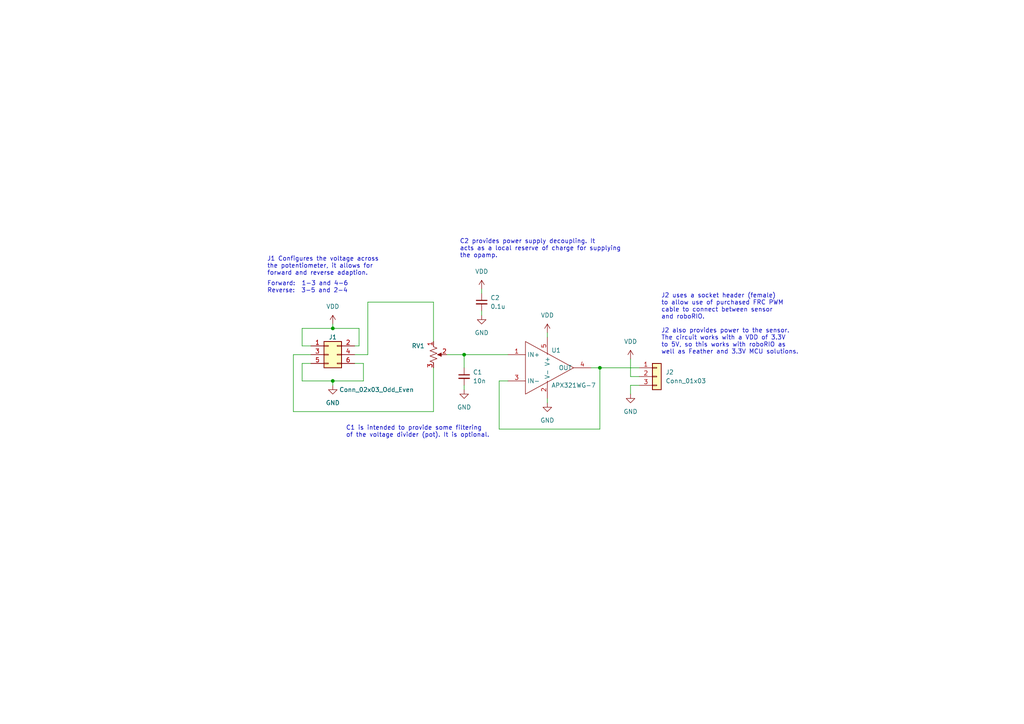
<source format=kicad_sch>
(kicad_sch (version 20211123) (generator eeschema)
  (paper "A4")
  (lib_symbols
    (symbol "Appreciate:APX321WG-7"
      (property "Reference" "U" (at 10.16 -3.81 0))
      (property "Value" "APX321WG-7" (at 15.24 3.81 0))
      (symbol "APX321WG-7_0_1"
        (polyline (pts (xy 0 7.62) (xy 0 -7.62) (xy 13.97 0) (xy 0 7.62)))
      )
      (symbol "APX321WG-7_1_1"
        (pin passive line (at -5.08 3.81 0) (length 5.08) (name "IN+") (number "1"))
        (pin passive line (at 6.35 -8.89 90) (length 5.08) (name "V-") (number "2"))
        (pin passive line (at -5.08 -3.81 0) (length 5.08) (name "IN-") (number "3"))
        (pin passive line (at 19.05 0 180) (length 5.08) (name "OUT") (number "4"))
        (pin passive line (at 6.35 8.89 270) (length 5.08) (name "V+") (number "5"))
      )
    )
    (symbol "Connector_Generic:Conn_01x03" (pin_names (offset 1.016) hide)
      (property "Reference" "J" (at 0 5.08 0))
      (property "Value" "Conn_01x03" (at 0 -5.08 0))
      (symbol "Conn_01x03_1_1"
        (rectangle (start -1.27 -2.413) (end 0 -2.667) (stroke (width 0.1524)))
        (rectangle (start -1.27 0.127) (end 0 -0.127) (stroke (width 0.1524)))
        (rectangle (start -1.27 2.667) (end 0 2.413) (stroke (width 0.1524)))
        (rectangle (start -1.27 3.81) (end 1.27 -3.81) (stroke (width 0.254)) (fill (type background)))
        (pin passive line (at -5.08 2.54 0) (length 3.81) (name "Pin_1") (number "1"))
        (pin passive line (at -5.08 0 0) (length 3.81) (name "Pin_2") (number "2"))
        (pin passive line (at -5.08 -2.54 0) (length 3.81) (name "Pin_3") (number "3"))
      )
    )
    (symbol "Connector_Generic:Conn_02x03_Odd_Even" (pin_names (offset 1.016) hide)
      (property "Reference" "J" (at 1.27 5.08 0))
      (property "Value" "Conn_02x03_Odd_Even" (at 1.27 -5.08 0))
      (symbol "Conn_02x03_Odd_Even_1_1"
        (rectangle (start -1.27 -2.413) (end 0 -2.667) (stroke (width 0.1524)))
        (rectangle (start -1.27 0.127) (end 0 -0.127) (stroke (width 0.1524)))
        (rectangle (start -1.27 2.667) (end 0 2.413) (stroke (width 0.1524)))
        (rectangle (start -1.27 3.81) (end 3.81 -3.81) (stroke (width 0.254)) (fill (type background)))
        (rectangle (start 3.81 -2.413) (end 2.54 -2.667) (stroke (width 0.1524)))
        (rectangle (start 3.81 0.127) (end 2.54 -0.127) (stroke (width 0.1524)))
        (rectangle (start 3.81 2.667) (end 2.54 2.413) (stroke (width 0.1524)))
        (pin passive line (at -5.08 2.54 0) (length 3.81) (name "Pin_1") (number "1"))
        (pin passive line (at 7.62 2.54 180) (length 3.81) (name "Pin_2") (number "2"))
        (pin passive line (at -5.08 0 0) (length 3.81) (name "Pin_3") (number "3"))
        (pin passive line (at 7.62 0 180) (length 3.81) (name "Pin_4") (number "4"))
        (pin passive line (at -5.08 -2.54 0) (length 3.81) (name "Pin_5") (number "5"))
        (pin passive line (at 7.62 -2.54 180) (length 3.81) (name "Pin_6") (number "6"))
      )
    )
    (symbol "Device:C_Small" (pin_numbers hide) (pin_names (offset 0.254) hide)
      (property "Reference" "C" (at 0.254 1.778 0))
      (property "Value" "C_Small" (at 0.254 -2.032 0))
      (symbol "C_Small_0_1"
        (polyline (pts (xy -1.524 -0.508) (xy 1.524 -0.508)) (stroke (width 0.3302)))
        (polyline (pts (xy -1.524 0.508) (xy 1.524 0.508)) (stroke (width 0.3048)))
      )
      (symbol "C_Small_1_1"
        (pin passive line (at 0 2.54 270) (length 2.032) (name "~") (number "1"))
        (pin passive line (at 0 -2.54 90) (length 2.032) (name "~") (number "2"))
      )
    )
    (symbol "Device:R_Potentiometer_US" (pin_names (offset 1.016) hide)
      (property "Reference" "RV" (at -4.445 0 90))
      (property "Value" "R_Potentiometer_US" (at -2.54 0 90))
      (symbol "R_Potentiometer_US_0_1"
        (polyline (pts (xy 0 -2.286) (xy 0 -2.54)))
        (polyline (pts (xy 0 2.54) (xy 0 2.286)))
        (polyline (pts (xy 2.54 0) (xy 1.524 0)))
        (polyline (pts (xy 1.143 0) (xy 2.286 0.508) (xy 2.286 -0.508) (xy 1.143 0)) (fill (type outline)))
        (polyline (pts (xy 0 -0.762) (xy 1.016 -1.143) (xy 0 -1.524) (xy -1.016 -1.905) (xy 0 -2.286)))
        (polyline (pts (xy 0 0.762) (xy 1.016 0.381) (xy 0 0) (xy -1.016 -0.381) (xy 0 -0.762)))
        (polyline (pts (xy 0 2.286) (xy 1.016 1.905) (xy 0 1.524) (xy -1.016 1.143) (xy 0 0.762)))
      )
      (symbol "R_Potentiometer_US_1_1"
        (pin passive line (at 0 3.81 270) (length 1.27) (name "1") (number "1"))
        (pin passive line (at 3.81 0 180) (length 1.27) (name "2") (number "2"))
        (pin passive line (at 0 -3.81 90) (length 1.27) (name "3") (number "3"))
      )
    )
    (symbol "power:GND" (power) (pin_names (offset 0))
      (property "Value" "GND" (at 0 -3.81 0))
      (symbol "GND_0_1"
        (polyline (pts (xy 0 0) (xy 0 -1.27) (xy 1.27 -1.27) (xy 0 -2.54) (xy -1.27 -1.27) (xy 0 -1.27)))
      )
      (symbol "GND_1_1"
        (pin power_in line (at 0 0 270) (length 0) hide (name "GND") (number "1"))
      )
    )
    (symbol "power:VDD" (power) (pin_names (offset 0))
      (property "Value" "VDD" (at 0 3.81 0))
      (symbol "VDD_0_1"
        (polyline (pts (xy -0.762 1.27) (xy 0 2.54)))
        (polyline (pts (xy 0 0) (xy 0 2.54)))
        (polyline (pts (xy 0 2.54) (xy 0.762 1.27)))
      )
      (symbol "VDD_1_1"
        (pin power_in line (at 0 0 90) (length 0) hide (name "VDD") (number "1"))
      )
    )
  )
  (junction (at 96.52 95.25))
  (junction (at 134.62 102.87))
  (junction (at 96.52 110.49))
  (junction (at 173.99 106.68))
  (wire (pts (xy 182.88 109.22) (xy 185.42 109.22)))
  (wire (pts (xy 96.52 110.49) (xy 105.41 110.49)))
  (wire (pts (xy 173.99 124.46) (xy 173.99 106.68)))
  (wire (pts (xy 87.63 105.41) (xy 87.63 110.49)))
  (wire (pts (xy 144.78 124.46) (xy 173.99 124.46)))
  (wire (pts (xy 96.52 110.49) (xy 96.52 111.76)))
  (wire (pts (xy 90.17 105.41) (xy 87.63 105.41)))
  (wire (pts (xy 182.88 104.14) (xy 182.88 109.22)))
  (wire (pts (xy 85.09 102.87) (xy 85.09 119.38)))
  (wire (pts (xy 158.75 115.57) (xy 158.75 116.84)))
  (wire (pts (xy 102.87 102.87) (xy 106.68 102.87)))
  (wire (pts (xy 173.99 106.68) (xy 171.45 106.68)))
  (wire (pts (xy 125.73 119.38) (xy 125.73 106.68)))
  (wire (pts (xy 139.7 90.17) (xy 139.7 91.44)))
  (wire (pts (xy 134.62 102.87) (xy 134.62 106.68)))
  (wire (pts (xy 182.88 111.76) (xy 182.88 114.3)))
  (wire (pts (xy 147.32 110.49) (xy 144.78 110.49)))
  (wire (pts (xy 85.09 102.87) (xy 90.17 102.87)))
  (wire (pts (xy 85.09 119.38) (xy 125.73 119.38)))
  (wire (pts (xy 105.41 105.41) (xy 102.87 105.41)))
  (wire (pts (xy 173.99 106.68) (xy 185.42 106.68)))
  (wire (pts (xy 87.63 100.33) (xy 90.17 100.33)))
  (wire (pts (xy 87.63 110.49) (xy 96.52 110.49)))
  (wire (pts (xy 129.54 102.87) (xy 134.62 102.87)))
  (wire (pts (xy 185.42 111.76) (xy 182.88 111.76)))
  (wire (pts (xy 134.62 102.87) (xy 147.32 102.87)))
  (wire (pts (xy 106.68 87.63) (xy 125.73 87.63)))
  (wire (pts (xy 106.68 102.87) (xy 106.68 87.63)))
  (wire (pts (xy 125.73 87.63) (xy 125.73 99.06)))
  (wire (pts (xy 139.7 83.82) (xy 139.7 85.09)))
  (wire (pts (xy 158.75 96.52) (xy 158.75 97.79)))
  (wire (pts (xy 134.62 111.76) (xy 134.62 113.03)))
  (wire (pts (xy 96.52 95.25) (xy 87.63 95.25)))
  (wire (pts (xy 102.87 100.33) (xy 104.14 100.33)))
  (wire (pts (xy 104.14 100.33) (xy 104.14 95.25)))
  (wire (pts (xy 144.78 110.49) (xy 144.78 124.46)))
  (wire (pts (xy 105.41 110.49) (xy 105.41 105.41)))
  (wire (pts (xy 104.14 95.25) (xy 96.52 95.25)))
  (wire (pts (xy 87.63 95.25) (xy 87.63 100.33)))
  (wire (pts (xy 96.52 93.98) (xy 96.52 95.25)))
  (text "C2 provides power supply decoupling. It\nacts as a local reserve of charge for supplying\nthe opamp." (at 133.35 74.93 0) (effects (font (size 1.27 1.27)) (justify left bottom)))
  (text "C1 is intended to provide some filtering\nof the voltage divider (pot). It is optional." (at 100.33 127 0) (effects (font (size 1.27 1.27)) (justify left bottom)))
  (text "Forward:  1-3 and 4-6\nReverse:  3-5 and 2-4" (at 77.47 85.09 0) (effects (font (size 1.27 1.27)) (justify left bottom)))
  (text "J2 also provides power to the sensor.\nThe circuit works with a VDD of 3.3V\nto 5V, so this works with roboRIO as\nwell as Feather and 3.3V MCU solutions." (at 191.77 102.87 0) (effects (font (size 1.27 1.27)) (justify left bottom)))
  (text "J2 uses a socket header (female)\nto allow use of purchased FRC PWM\ncable to connect between sensor\nand roboRIO." (at 191.77 92.71 0) (effects (font (size 1.27 1.27)) (justify left bottom)))
  (text "J1 Configures the voltage across\nthe potentiometer, it allows for\nforward and reverse adaption." (at 77.47 80.01 0) (effects (font (size 1.27 1.27)) (justify left bottom)))
  (symbol (lib_id "Connector_Generic:Conn_01x03") (at 190.5 109.22 0) (unit 1)
    (property "Reference" "J2" (at 193.04 107.9499 0) (effects (justify left)))
    (property "Value" "Conn_01x03" (at 193.04 110.4899 0) (effects (justify left)))
    (property "Footprint" "Connector_PinHeader_2.54mm:PinHeader_1x03_P2.54mm_Vertical" (effects hide))
  )
  (symbol (lib_id "Device:C_Small") (at 134.62 109.22 0) (unit 1)
    (property "Reference" "C1" (at 137.16 107.9562 0) (effects (justify left)))
    (property "Value" "10n" (at 137.16 110.4962 0) (effects (justify left)))
    (property "Footprint" "Capacitor_SMD:C_1206_3216Metric" (effects hide))
  )
  (symbol (lib_id "power:GND") (at 158.75 116.84 0) (unit 1)
    (property "Reference" "#PWR07" (effects hide))
    (property "Value" "GND" (at 158.75 121.92 0))
  )
  (symbol (lib_id "power:VDD") (at 96.52 93.98 0) (unit 1)
    (property "Reference" "#PWR01" (effects hide))
    (property "Value" "VDD" (at 96.52 88.9 0))
  )
  (symbol (lib_id "Appreciate:APX321WG-7") (at 152.4 106.68 0) (unit 1)
    (property "Reference" "U1" (at 161.29 101.6 0))
    (property "Value" "APX321WG-7" (at 166.37 111.76 0))
    (property "Footprint" "Appreciate:SOT95P285X145-5N" (effects hide))
    (property "Datasheet" "https://www.diodes.com/assets/Datasheets/APX321_358.pdf" (effects hide))
    (property "Height" "1.45" (effects hide))
    (property "Manufacturer_Name" "Diodes Inc." (effects hide))
    (property "Manufacturer_Part_Number" "APX321WG-7" (effects hide))
    (property "Mouser Part Number" "621-APX321WG-7" (effects hide))
    (property "Mouser Price/Stock" "https://www.mouser.co.uk/ProductDetail/Diodes-Incorporated/APX321WG-7?qs=mno522deGfZHxl564koOsA%3D%3D" (effects hide))
    (property "Arrow Part Number" "APX321WG-7" (effects hide))
    (property "Arrow Price/Stock" "https://www.arrow.com/en/products/apx321wg-7/diodes-incorporated?region=nac" (effects hide))
  )
  (symbol (lib_id "Device:R_Potentiometer_US") (at 125.73 102.87 0) (unit 1)
    (property "Reference" "RV1" (at 123.19 100.33 0) (effects (justify right)))
    (property "Value" "R_Potentiometer_US" (effects hide))
    (property "Footprint" "Appreciate:Vishay_357" (effects hide))
  )
  (symbol (lib_id "power:VDD") (at 139.7 83.82 0) (unit 1)
    (property "Reference" "#PWR04" (effects hide))
    (property "Value" "VDD" (at 139.7 78.74 0))
  )
  (symbol (lib_id "power:GND") (at 182.88 114.3 0) (unit 1)
    (property "Reference" "#PWR09" (effects hide))
    (property "Value" "GND" (at 182.88 119.38 0))
  )
  (symbol (lib_id "power:GND") (at 134.62 113.03 0) (unit 1)
    (property "Reference" "#PWR03" (effects hide))
    (property "Value" "GND" (at 134.62 118.11 0))
  )
  (symbol (lib_id "Device:C_Small") (at 139.7 87.63 0) (unit 1)
    (property "Reference" "C2" (at 142.24 86.3662 0) (effects (justify left)))
    (property "Value" "0.1u" (at 142.24 88.9062 0) (effects (justify left)))
    (property "Footprint" "Capacitor_SMD:C_1206_3216Metric" (effects hide))
  )
  (symbol (lib_id "power:GND") (at 96.52 111.76 0) (unit 1)
    (property "Reference" "#PWR02" (effects hide))
    (property "Value" "GND" (at 96.52 116.84 0))
  )
  (symbol (lib_id "power:GND") (at 139.7 91.44 0) (unit 1)
    (property "Reference" "#PWR05" (effects hide))
    (property "Value" "GND" (at 139.7 96.52 0))
  )
  (symbol (lib_id "power:VDD") (at 182.88 104.14 0) (unit 1)
    (property "Reference" "#PWR08" (effects hide))
    (property "Value" "VDD" (at 182.88 99.06 0))
  )
  (symbol (lib_id "Connector_Generic:Conn_02x03_Odd_Even") (at 95.25 102.87 0) (unit 1)
    (property "Reference" "J1" (at 96.52 97.79 0))
    (property "Value" "Conn_02x03_Odd_Even" (at 109.22 113.03 0))
    (property "Footprint" "Connector_PinHeader_2.54mm:PinHeader_2x03_P2.54mm_Vertical" (effects hide))
  )
  (symbol (lib_id "power:VDD") (at 158.75 96.52 0) (unit 1)
    (property "Reference" "#PWR06" (effects hide))
    (property "Value" "VDD" (at 158.75 91.44 0))
  )
)
</source>
